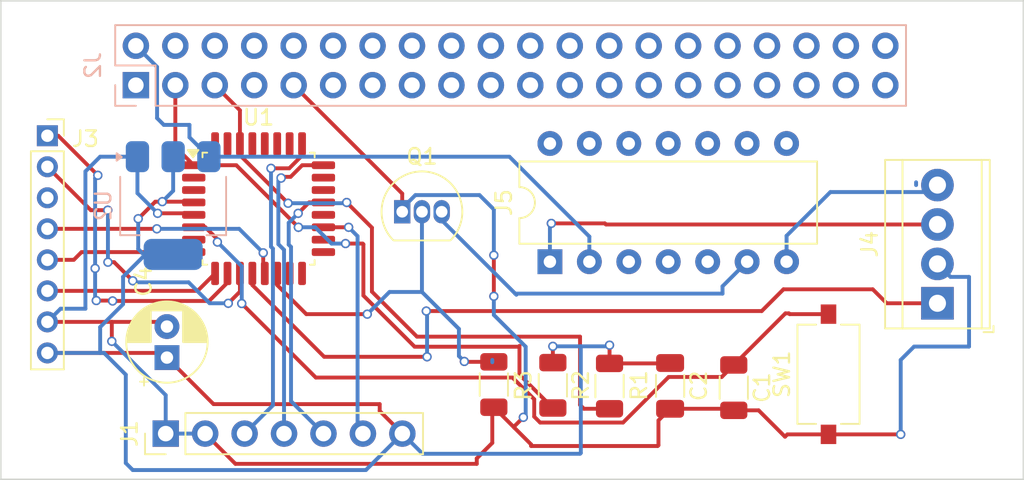
<source format=kicad_pcb>
(kicad_pcb (version 20221018) (generator pcbnew)
  (title_block (title "sensors_hub") (comment 4 "AISLER Project ID: OVZYLBOM"))
  (layers (0 "F.Cu" signal) (31 "B.Cu" signal) (34 "B.Paste" user) (35 "F.Paste" user) (36 "B.SilkS" user "B.Silkscreen") (37 "F.SilkS" user "F.Silkscreen") (38 "B.Mask" user) (39 "F.Mask" user) (44 "Edge.Cuts" user))
  (net 0 "")
  (net 37 "Net-(U1-PF2)")
  (net 38 "GND")
  (net 39 "+3.3V")
  (net 40 "Net-(J1-Pin_3)")
  (net 41 "Net-(J1-Pin_4)")
  (net 42 "Net-(J1-Pin_5)")
  (net 43 "Net-(J1-Pin_6)")
  (net 44 "Net-(J3-Pin_1)")
  (net 45 "Net-(J3-Pin_2)")
  (net 46 "Net-(J3-Pin_4)")
  (net 47 "Net-(J3-Pin_5)")
  (net 48 "Net-(J3-Pin_6)")
  (net 50 "Net-(J4-Pin_1)")
  (net 51 "Net-(Q1-G)")
  (net 52 "Net-(J4-Pin_3)")
  (net 53 "Net-(J4-Pin_4)")
  (net 54 "Net-(J5-Pin_6)")
  (net 55 "Net-(J2-GPIO03_SCL1_I2C)")
  (net 56 "Net-(J2-GPIO02_SDA1_I2C)")
  (net 73 "+5V")
  (footprint "RPi_Hat:RPi_Hat_Mounting_Hole" (layer "F.Cu") (at 74 28)
    (fp_text reference "" hide)
    (fp_text value "" hide)
    (pad "" np_thru_hole circle locked (at 0 0) (size 2.75 2.75) (drill 2.75) (layers "*.Cu" "*.Mask") (clearance 1.725))
  )
  (footprint "RPi_Hat:RPi_Hat_Mounting_Hole" (layer "F.Cu") (at 16 28)
    (fp_text reference "" hide)
    (fp_text value "" hide)
    (pad "" np_thru_hole circle locked (at 0 0) (size 2.75 2.75) (drill 2.75) (layers "*.Cu" "*.Mask") (clearance 1.725))
  )
  (footprint "RPi_Hat:RPi_Hat_Mounting_Hole" (layer "F.Cu") (at 74 51)
    (fp_text reference "" hide)
    (fp_text value "" hide)
    (pad "" np_thru_hole circle locked (at 0 0) (size 2.75 2.75) (drill 2.75) (layers "*.Cu" "*.Mask") (clearance 1.725))
  )
  (footprint "RPi_Hat:RPi_Hat_Mounting_Hole" (layer "F.Cu") (at 16 51)
    (fp_text reference "" hide)
    (fp_text value "" hide)
    (pad "" np_thru_hole circle locked (at 0 0) (size 2.75 2.75) (drill 2.75) (layers "*.Cu" "*.Mask") (clearance 1.725))
  )
  (footprint "Capacitor_SMD:C_1206_3216Metric" (layer "F.Cu") (at 55.2 48.875 -90)
    (fp_text reference "C2" (at 0 -1.85 90) (layer "F.SilkS"))
    (fp_text value "100n")
    (pad "1" smd roundrect (at -1.475 0 270) (size 1.15 1.8) (layers "F.Cu" "F.Paste" "F.Mask") (roundrect_rratio 0.2173913043) (net 39 "+3.3V"))
    (pad "2" smd roundrect (at 1.475 0 270) (size 1.15 1.8) (layers "F.Cu" "F.Paste" "F.Mask") (roundrect_rratio 0.2173913043) (net 38 "GND"))
  )
  (footprint "Capacitor_THT:CP_Radial_D5.0mm_P2.00mm" (layer "F.Cu") (at 22.8 47.05 90)
    (fp_text reference "C4" (at 4.9 -1.5 90) (layer "F.SilkS"))
    (fp_text value "22u")
    (pad "1" thru_hole rect (at 0 0 90) (size 1.6 1.6) (drill 0.8) (layers "*.Cu" "*.Mask") (net 39 "+3.3V"))
    (pad "2" thru_hole circle (at 2 0 90) (size 1.6 1.6) (drill 0.8) (layers "*.Cu" "*.Mask") (net 38 "GND"))
  )
  (footprint "Button_Switch_SMD:SW_Tactile_SPST_NO_Straight_CK_PTS636Sx25SMTRLFS" (layer "F.Cu") (at 65.4 48.125 90)
    (fp_text reference "SW1" (at 0 -3 90 unlocked) (layer "F.SilkS"))
    (fp_text value "SW_Push")
    (pad "1" smd rect (at -3.875 0 90) (size 1.25 1) (layers "F.Cu" "F.Paste" "F.Mask") (net 38 "GND"))
    (pad "2" smd rect (at 3.875 0 90) (size 1.25 1) (layers "F.Cu" "F.Paste" "F.Mask") (net 37 "Net-(U1-PF2)"))
  )
  (footprint "Resistor_SMD:R_1206_3216Metric" (layer "F.Cu") (at 59.3 48.9875 -90)
    (fp_text reference "C1" (at 0 -1.82 90) (layer "F.SilkS"))
    (fp_text value "100n")
    (pad "1" smd roundrect (at -1.4625 0 270) (size 1.125 1.75) (layers "F.Cu" "F.Paste" "F.Mask") (roundrect_rratio 0.2222222222) (net 37 "Net-(U1-PF2)"))
    (pad "2" smd roundrect (at 1.4625 0 270) (size 1.125 1.75) (layers "F.Cu" "F.Paste" "F.Mask") (roundrect_rratio 0.2222222222) (net 38 "GND"))
  )
  (footprint "TerminalBlock_TE-Connectivity:TerminalBlock_TE_282834-4_1x04_P2.54mm_Horizontal" (layer "F.Cu") (at 72.415 43.55 90)
    (fp_text reference "J4" (at 3.81 -4.37 90) (layer "F.SilkS"))
    (fp_text value "~")
    (pad "1" thru_hole rect (at 0 0 90) (size 2.1 2.1) (drill 1.1) (layers "*.Cu" "*.Mask") (net 50 "Net-(J4-Pin_1)"))
    (pad "2" thru_hole circle (at 2.54 0 90) (size 2.1 2.1) (drill 1.1) (layers "*.Cu" "*.Mask") (net 38 "GND"))
    (pad "3" thru_hole circle (at 5.08 0 90) (size 2.1 2.1) (drill 1.1) (layers "*.Cu" "*.Mask") (net 52 "Net-(J4-Pin_3)"))
    (pad "4" thru_hole circle (at 7.62 0 90) (size 2.1 2.1) (drill 1.1) (layers "*.Cu" "*.Mask") (net 53 "Net-(J4-Pin_4)"))
  )
  (footprint "Connector_PinHeader_2.54mm:PinHeader_1x07_P2.54mm_Vertical" (layer "F.Cu") (at 22.72 51.95 90)
    (fp_text reference "J1" (at 0 -2.33 90) (layer "F.SilkS"))
    (fp_text value "INTERFACE")
    (pad "1" thru_hole rect (at 0 0 90) (size 1.7 1.7) (drill 1) (layers "*.Cu" "*.Mask") (net 38 "GND"))
    (pad "2" thru_hole oval (at 0 2.54 90) (size 1.7 1.7) (drill 1) (layers "*.Cu" "*.Mask") (net 38 "GND"))
    (pad "3" thru_hole oval (at 0 5.08 90) (size 1.7 1.7) (drill 1) (layers "*.Cu" "*.Mask") (net 40 "Net-(J1-Pin_3)"))
    (pad "4" thru_hole oval (at 0 7.62 90) (size 1.7 1.7) (drill 1) (layers "*.Cu" "*.Mask") (net 41 "Net-(J1-Pin_4)"))
    (pad "5" thru_hole oval (at 0 10.16 90) (size 1.7 1.7) (drill 1) (layers "*.Cu" "*.Mask") (net 42 "Net-(J1-Pin_5)"))
    (pad "6" thru_hole oval (at 0 12.7 90) (size 1.7 1.7) (drill 1) (layers "*.Cu" "*.Mask") (net 43 "Net-(J1-Pin_6)"))
    (pad "7" thru_hole oval (at 0 15.24 90) (size 1.7 1.7) (drill 1) (layers "*.Cu" "*.Mask") (net 39 "+3.3V"))
  )
  (footprint "Connector_PinSocket_2.00mm:PinSocket_1x08_P2.00mm_Vertical" (layer "F.Cu") (at 15.1 32.75)
    (fp_text reference "J3" (at 2.45 0.2) (layer "F.SilkS"))
    (fp_text value "CC1101")
    (pad "1" thru_hole rect (at 0 0) (size 1.35 1.35) (drill 0.8) (layers "*.Cu" "*.Mask") (net 44 "Net-(J3-Pin_1)"))
    (pad "2" thru_hole oval (at 0 2) (size 1.35 1.35) (drill 0.8) (layers "*.Cu" "*.Mask") (net 45 "Net-(J3-Pin_2)"))
    (pad "3" thru_hole oval (at 0 4) (size 1.35 1.35) (drill 0.8) (layers "*.Cu" "*.Mask"))
    (pad "4" thru_hole oval (at 0 6) (size 1.35 1.35) (drill 0.8) (layers "*.Cu" "*.Mask") (net 46 "Net-(J3-Pin_4)"))
    (pad "5" thru_hole oval (at 0 8) (size 1.35 1.35) (drill 0.8) (layers "*.Cu" "*.Mask") (net 47 "Net-(J3-Pin_5)"))
    (pad "6" thru_hole oval (at 0 10) (size 1.35 1.35) (drill 0.8) (layers "*.Cu" "*.Mask") (net 48 "Net-(J3-Pin_6)"))
    (pad "7" thru_hole oval (at 0 12) (size 1.35 1.35) (drill 0.8) (layers "*.Cu" "*.Mask") (net 38 "GND"))
    (pad "8" thru_hole oval (at 0 14) (size 1.35 1.35) (drill 0.8) (layers "*.Cu" "*.Mask") (net 39 "+3.3V"))
  )
  (footprint "Package_TO_SOT_THT:TO-92_Inline" (layer "F.Cu") (at 37.95 37.65)
    (fp_text reference "Q1" (at 1.27 -3.56) (layer "F.SilkS"))
    (fp_text value "BS170")
    (pad "1" thru_hole rect (at 0 0) (size 1.05 1.5) (drill 0.75) (layers "*.Cu" "*.Mask") (net 38 "GND"))
    (pad "2" thru_hole oval (at 1.27 0) (size 1.05 1.5) (drill 0.75) (layers "*.Cu" "*.Mask") (net 51 "Net-(Q1-G)"))
    (pad "3" thru_hole oval (at 2.54 0) (size 1.05 1.5) (drill 0.75) (layers "*.Cu" "*.Mask") (net 54 "Net-(J5-Pin_6)"))
  )
  (footprint "Package_DIP:CERDIP-14_W7.62mm_SideBrazed" (layer "F.Cu") (at 47.46 40.87 90)
    (fp_text reference "J5" (at 3.81 -2.965 90) (layer "F.SilkS"))
    (fp_text value "Relay")
    (pad "1" thru_hole rect (at 0 0 90) (size 1.6 1.6) (drill 0.8) (layers "*.Cu" "*.Mask") (net 52 "Net-(J4-Pin_3)"))
    (pad "2" thru_hole circle (at 0 2.54 90) (size 1.6 1.6) (drill 0.8) (layers "*.Cu" "*.Mask") (net 73 "+5V"))
    (pad "3" thru_hole circle (at 0 5.08 90) (size 1.6 1.6) (drill 0.8) (layers "*.Cu" "*.Mask"))
    (pad "4" thru_hole circle (at 0 7.62 90) (size 1.6 1.6) (drill 0.8) (layers "*.Cu" "*.Mask"))
    (pad "5" thru_hole circle (at 0 10.16 90) (size 1.6 1.6) (drill 0.8) (layers "*.Cu" "*.Mask"))
    (pad "6" thru_hole circle (at 0 12.7 90) (size 1.6 1.6) (drill 0.8) (layers "*.Cu" "*.Mask") (net 54 "Net-(J5-Pin_6)"))
    (pad "7" thru_hole circle (at 0 15.24 90) (size 1.6 1.6) (drill 0.8) (layers "*.Cu" "*.Mask") (net 53 "Net-(J4-Pin_4)"))
    (pad "8" thru_hole circle (at 7.62 15.24 90) (size 1.6 1.6) (drill 0.8) (layers "*.Cu" "*.Mask"))
    (pad "9" thru_hole circle (at 7.62 12.7 90) (size 1.6 1.6) (drill 0.8) (layers "*.Cu" "*.Mask"))
    (pad "10" thru_hole circle (at 7.62 10.16 90) (size 1.6 1.6) (drill 0.8) (layers "*.Cu" "*.Mask"))
    (pad "11" thru_hole circle (at 7.62 7.62 90) (size 1.6 1.6) (drill 0.8) (layers "*.Cu" "*.Mask"))
    (pad "12" thru_hole circle (at 7.62 5.08 90) (size 1.6 1.6) (drill 0.8) (layers "*.Cu" "*.Mask"))
    (pad "13" thru_hole circle (at 7.62 2.54 90) (size 1.6 1.6) (drill 0.8) (layers "*.Cu" "*.Mask"))
    (pad "14" thru_hole circle (at 7.62 0 90) (size 1.6 1.6) (drill 0.8) (layers "*.Cu" "*.Mask"))
  )
  (footprint "Resistor_SMD:R_1206_3216Metric" (layer "F.Cu") (at 51.3 48.8875 -90)
    (fp_text reference "R1" (at -0.0375 -1.9 90) (layer "F.SilkS"))
    (fp_text value "10k")
    (pad "1" smd roundrect (at -1.4625 0 270) (size 1.125 1.75) (layers "F.Cu" "F.Paste" "F.Mask") (roundrect_rratio 0.2222222222) (net 39 "+3.3V"))
    (pad "2" smd roundrect (at 1.4625 0 270) (size 1.125 1.75) (layers "F.Cu" "F.Paste" "F.Mask") (roundrect_rratio 0.2222222222) (net 55 "Net-(J2-GPIO03_SCL1_I2C)"))
  )
  (footprint "Resistor_SMD:R_1206_3216Metric" (layer "F.Cu") (at 47.65 48.8375 -90)
    (fp_text reference "R2" (at 0.0125 -1.8 90) (layer "F.SilkS"))
    (fp_text value "10k")
    (pad "1" smd roundrect (at -1.4625 0 270) (size 1.125 1.75) (layers "F.Cu" "F.Paste" "F.Mask") (roundrect_rratio 0.2222222222) (net 39 "+3.3V"))
    (pad "2" smd roundrect (at 1.4625 0 270) (size 1.125 1.75) (layers "F.Cu" "F.Paste" "F.Mask") (roundrect_rratio 0.2222222222) (net 56 "Net-(J2-GPIO02_SDA1_I2C)"))
  )
  (footprint "Package_QFP:LQFP-32_7x7mm_P0.8mm" (layer "F.Cu") (at 28.7 37.45)
    (fp_text reference "U1" (at 0 -5.88) (layer "F.SilkS"))
    (fp_text value "STM32G081KBTx" hide)
    (pad "1" smd roundrect (at -4.175 -2.8) (size 1.5 0.5) (layers "F.Cu" "F.Paste" "F.Mask") (net 56 "Net-(J2-GPIO02_SDA1_I2C)"))
    (pad "2" smd roundrect (at -4.175 -2) (size 1.5 0.5) (layers "F.Cu" "F.Paste" "F.Mask"))
    (pad "3" smd roundrect (at -4.175 -1.2) (size 1.5 0.5) (layers "F.Cu" "F.Paste" "F.Mask"))
    (pad "4" smd roundrect (at -4.175 -0.4) (size 1.5 0.5) (layers "F.Cu" "F.Paste" "F.Mask") (net 39 "+3.3V"))
    (pad "5" smd roundrect (at -4.175 0.4) (size 1.5 0.5) (layers "F.Cu" "F.Paste" "F.Mask") (net 38 "GND"))
    (pad "6" smd roundrect (at -4.175 1.2) (size 1.5 0.5) (layers "F.Cu" "F.Paste" "F.Mask") (net 37 "Net-(U1-PF2)"))
    (pad "7" smd roundrect (at -4.175 2) (size 1.5 0.5) (layers "F.Cu" "F.Paste" "F.Mask"))
    (pad "8" smd roundrect (at -4.175 2.8) (size 1.5 0.5) (layers "F.Cu" "F.Paste" "F.Mask") (net 47 "Net-(J3-Pin_5)"))
    (pad "9" smd roundrect (at -2.8 4.175) (size 0.5 1.5) (layers "F.Cu" "F.Paste" "F.Mask") (net 48 "Net-(J3-Pin_6)"))
    (pad "10" smd roundrect (at -2 4.175) (size 0.5 1.5) (layers "F.Cu" "F.Paste" "F.Mask") (net 44 "Net-(J3-Pin_1)"))
    (pad "11" smd roundrect (at -1.2 4.175) (size 0.5 1.5) (layers "F.Cu" "F.Paste" "F.Mask") (net 45 "Net-(J3-Pin_2)"))
    (pad "12" smd roundrect (at -0.4 4.175) (size 0.5 1.5) (layers "F.Cu" "F.Paste" "F.Mask") (net 50 "Net-(J4-Pin_1)"))
    (pad "13" smd roundrect (at 0.4 4.175) (size 0.5 1.5) (layers "F.Cu" "F.Paste" "F.Mask") (net 46 "Net-(J3-Pin_4)"))
    (pad "14" smd roundrect (at 1.2 4.175) (size 0.5 1.5) (layers "F.Cu" "F.Paste" "F.Mask") (net 51 "Net-(Q1-G)"))
    (pad "15" smd roundrect (at 2 4.175) (size 0.5 1.5) (layers "F.Cu" "F.Paste" "F.Mask"))
    (pad "16" smd roundrect (at 2.8 4.175) (size 0.5 1.5) (layers "F.Cu" "F.Paste" "F.Mask"))
    (pad "17" smd roundrect (at 4.175 2.8) (size 1.5 0.5) (layers "F.Cu" "F.Paste" "F.Mask"))
    (pad "18" smd roundrect (at 4.175 2) (size 1.5 0.5) (layers "F.Cu" "F.Paste" "F.Mask"))
    (pad "19" smd roundrect (at 4.175 1.2) (size 1.5 0.5) (layers "F.Cu" "F.Paste" "F.Mask") (net 43 "Net-(J1-Pin_6)"))
    (pad "20" smd roundrect (at 4.175 0.4) (size 1.5 0.5) (layers "F.Cu" "F.Paste" "F.Mask"))
    (pad "21" smd roundrect (at 4.175 -0.4) (size 1.5 0.5) (layers "F.Cu" "F.Paste" "F.Mask") (net 42 "Net-(J1-Pin_5)"))
    (pad "22" smd roundrect (at 4.175 -1.2) (size 1.5 0.5) (layers "F.Cu" "F.Paste" "F.Mask"))
    (pad "23" smd roundrect (at 4.175 -2) (size 1.5 0.5) (layers "F.Cu" "F.Paste" "F.Mask"))
    (pad "24" smd roundrect (at 4.175 -2.8) (size 1.5 0.5) (layers "F.Cu" "F.Paste" "F.Mask") (net 41 "Net-(J1-Pin_4)"))
    (pad "25" smd roundrect (at 2.8 -4.175) (size 0.5 1.5) (layers "F.Cu" "F.Paste" "F.Mask") (net 40 "Net-(J1-Pin_3)"))
    (pad "26" smd roundrect (at 2 -4.175) (size 0.5 1.5) (layers "F.Cu" "F.Paste" "F.Mask"))
    (pad "27" smd roundrect (at 1.2 -4.175) (size 0.5 1.5) (layers "F.Cu" "F.Paste" "F.Mask"))
    (pad "28" smd roundrect (at 0.4 -4.175) (size 0.5 1.5) (layers "F.Cu" "F.Paste" "F.Mask"))
    (pad "29" smd roundrect (at -0.4 -4.175) (size 0.5 1.5) (layers "F.Cu" "F.Paste" "F.Mask"))
    (pad "30" smd roundrect (at -1.2 -4.175) (size 0.5 1.5) (layers "F.Cu" "F.Paste" "F.Mask") (net 55 "Net-(J2-GPIO03_SCL1_I2C)"))
    (pad "31" smd roundrect (at -2 -4.175) (size 0.5 1.5) (layers "F.Cu" "F.Paste" "F.Mask"))
    (pad "32" smd roundrect (at -2.8 -4.175) (size 0.5 1.5) (layers "F.Cu" "F.Paste" "F.Mask"))
  )
  (footprint "Resistor_SMD:R_1206_3216Metric" (layer "F.Cu") (at 43.85 48.7875 -90)
    (fp_text reference "R3" (at 0.0625 -1.9 90) (layer "F.SilkS"))
    (fp_text value "100K")
    (pad "1" smd roundrect (at -1.4625 0 270) (size 1.125 1.75) (layers "F.Cu" "F.Paste" "F.Mask") (roundrect_rratio 0.2222222222) (net 51 "Net-(Q1-G)"))
    (pad "2" smd roundrect (at 1.4625 0 270) (size 1.125 1.75) (layers "F.Cu" "F.Paste" "F.Mask") (roundrect_rratio 0.2222222222) (net 38 "GND"))
  )
  (footprint "Package_TO_SOT_SMD:SOT-223-3_TabPin2" (layer "B.Cu") (at 23.2 37.25 -90)
    (fp_text reference "U2" (at 0 4.5 90) (layer "B.SilkS") (effects (justify mirror)))
    (fp_text value "AMS1117-3.3")
    (pad "1" smd roundrect (at -3.15 2.3 270) (size 2 1.5) (layers "B.Cu" "B.Paste" "B.Mask") (net 38 "GND"))
    (pad "2" smd roundrect (at -3.15 0 270) (size 2 1.5) (layers "B.Cu" "B.Paste" "B.Mask") (net 39 "+3.3V"))
    (pad "2" smd roundrect (at 3.15 0 270) (size 2 3.8) (layers "B.Cu" "B.Paste" "B.Mask") (net 39 "+3.3V"))
    (pad "3" smd roundrect (at -3.15 -2.3 270) (size 2 1.5) (layers "B.Cu" "B.Paste" "B.Mask") (net 73 "+5V"))
  )
  (footprint "Connector_PinSocket_2.54mm:PinSocket_2x20_P2.54mm_Vertical" (layer "B.Cu") (at 20.8 29.49 -90)
    (fp_text reference "J2" (at -1.27 2.77 90) (layer "B.SilkS") (effects (justify mirror)))
    (fp_text value "RPi_GPIO")
    (pad "1" thru_hole rect (at 0 0 270) (size 1.7 1.7) (drill 1) (layers "*.Cu" "*.Mask"))
    (pad "2" thru_hole oval (at -2.54 0 270) (size 1.7 1.7) (drill 1) (layers "*.Cu" "*.Mask") (net 73 "+5V"))
    (pad "3" thru_hole oval (at 0 -2.54 270) (size 1.7 1.7) (drill 1) (layers "*.Cu" "*.Mask") (net 56 "Net-(J2-GPIO02_SDA1_I2C)"))
    (pad "4" thru_hole oval (at -2.54 -2.54 270) (size 1.7 1.7) (drill 1) (layers "*.Cu" "*.Mask"))
    (pad "5" thru_hole oval (at 0 -5.08 270) (size 1.7 1.7) (drill 1) (layers "*.Cu" "*.Mask") (net 55 "Net-(J2-GPIO03_SCL1_I2C)"))
    (pad "6" thru_hole oval (at -2.54 -5.08 270) (size 1.7 1.7) (drill 1) (layers "*.Cu" "*.Mask"))
    (pad "7" thru_hole oval (at 0 -7.62 270) (size 1.7 1.7) (drill 1) (layers "*.Cu" "*.Mask"))
    (pad "8" thru_hole oval (at -2.54 -7.62 270) (size 1.7 1.7) (drill 1) (layers "*.Cu" "*.Mask"))
    (pad "9" thru_hole oval (at 0 -10.16 270) (size 1.7 1.7) (drill 1) (layers "*.Cu" "*.Mask") (net 38 "GND"))
    (pad "10" thru_hole oval (at -2.54 -10.16 270) (size 1.7 1.7) (drill 1) (layers "*.Cu" "*.Mask"))
    (pad "11" thru_hole oval (at 0 -12.7 270) (size 1.7 1.7) (drill 1) (layers "*.Cu" "*.Mask"))
    (pad "12" thru_hole oval (at -2.54 -12.7 270) (size 1.7 1.7) (drill 1) (layers "*.Cu" "*.Mask"))
    (pad "13" thru_hole oval (at 0 -15.24 270) (size 1.7 1.7) (drill 1) (layers "*.Cu" "*.Mask"))
    (pad "14" thru_hole oval (at -2.54 -15.24 270) (size 1.7 1.7) (drill 1) (layers "*.Cu" "*.Mask"))
    (pad "15" thru_hole oval (at 0 -17.78 270) (size 1.7 1.7) (drill 1) (layers "*.Cu" "*.Mask"))
    (pad "16" thru_hole oval (at -2.54 -17.78 270) (size 1.7 1.7) (drill 1) (layers "*.Cu" "*.Mask"))
    (pad "17" thru_hole oval (at 0 -20.32 270) (size 1.7 1.7) (drill 1) (layers "*.Cu" "*.Mask"))
    (pad "18" thru_hole oval (at -2.54 -20.32 270) (size 1.7 1.7) (drill 1) (layers "*.Cu" "*.Mask"))
    (pad "19" thru_hole oval (at 0 -22.86 270) (size 1.7 1.7) (drill 1) (layers "*.Cu" "*.Mask"))
    (pad "20" thru_hole oval (at -2.54 -22.86 270) (size 1.7 1.7) (drill 1) (layers "*.Cu" "*.Mask"))
    (pad "21" thru_hole oval (at 0 -25.4 270) (size 1.7 1.7) (drill 1) (layers "*.Cu" "*.Mask"))
    (pad "22" thru_hole oval (at -2.54 -25.4 270) (size 1.7 1.7) (drill 1) (layers "*.Cu" "*.Mask"))
    (pad "23" thru_hole oval (at 0 -27.94 270) (size 1.7 1.7) (drill 1) (layers "*.Cu" "*.Mask"))
    (pad "24" thru_hole oval (at -2.54 -27.94 270) (size 1.7 1.7) (drill 1) (layers "*.Cu" "*.Mask"))
    (pad "25" thru_hole oval (at 0 -30.48 270) (size 1.7 1.7) (drill 1) (layers "*.Cu" "*.Mask"))
    (pad "26" thru_hole oval (at -2.54 -30.48 270) (size 1.7 1.7) (drill 1) (layers "*.Cu" "*.Mask"))
    (pad "27" thru_hole oval (at 0 -33.02 270) (size 1.7 1.7) (drill 1) (layers "*.Cu" "*.Mask"))
    (pad "28" thru_hole oval (at -2.54 -33.02 270) (size 1.7 1.7) (drill 1) (layers "*.Cu" "*.Mask"))
    (pad "29" thru_hole oval (at 0 -35.56 270) (size 1.7 1.7) (drill 1) (layers "*.Cu" "*.Mask"))
    (pad "30" thru_hole oval (at -2.54 -35.56 270) (size 1.7 1.7) (drill 1) (layers "*.Cu" "*.Mask"))
    (pad "31" thru_hole oval (at 0 -38.1 270) (size 1.7 1.7) (drill 1) (layers "*.Cu" "*.Mask"))
    (pad "32" thru_hole oval (at -2.54 -38.1 270) (size 1.7 1.7) (drill 1) (layers "*.Cu" "*.Mask"))
    (pad "33" thru_hole oval (at 0 -40.64 270) (size 1.7 1.7) (drill 1) (layers "*.Cu" "*.Mask"))
    (pad "34" thru_hole oval (at -2.54 -40.64 270) (size 1.7 1.7) (drill 1) (layers "*.Cu" "*.Mask"))
    (pad "35" thru_hole oval (at 0 -43.18 270) (size 1.7 1.7) (drill 1) (layers "*.Cu" "*.Mask"))
    (pad "36" thru_hole oval (at -2.54 -43.18 270) (size 1.7 1.7) (drill 1) (layers "*.Cu" "*.Mask"))
    (pad "37" thru_hole oval (at 0 -45.72 270) (size 1.7 1.7) (drill 1) (layers "*.Cu" "*.Mask"))
    (pad "38" thru_hole oval (at -2.54 -45.72 270) (size 1.7 1.7) (drill 1) (layers "*.Cu" "*.Mask"))
    (pad "39" thru_hole oval (at 0 -48.26 270) (size 1.7 1.7) (drill 1) (layers "*.Cu" "*.Mask"))
    (pad "40" thru_hole oval (at -2.54 -48.26 270) (size 1.7 1.7) (drill 1) (layers "*.Cu" "*.Mask"))
  )
  (gr_rect (start 12.1 24.05) (end 77.95 54.9) (stroke (width 0.1)) (fill none) (layer "Edge.Cuts"))
  (segment (start 71.04 35.75) (end 71.04 35.93) (width 0.25) (layer "B.Cu") (net 0))
  (segment (start 25.274999 38.65) (end 24.525 38.65) (width 0.25) (layer "F.Cu") (net 37))
  (segment (start 62.625 44.2) (end 62.85 44.2) (width 0.25) (layer "F.Cu") (net 37))
  (segment (start 59.3 47.525) (end 62.625 44.2) (width 0.25) (layer "F.Cu") (net 37))
  (segment (start 32.386396 48.336396) (end 27.616942 43.566942) (width 0.25) (layer "F.Cu") (net 37))
  (segment (start 26.05 39.425001) (end 25.274999 38.65) (width 0.25) (layer "F.Cu") (net 37))
  (segment (start 55.1076 48.3) (end 52.1701 51.2375) (width 0.25) (layer "F.Cu") (net 37))
  (segment (start 46.45 50.8576) (end 46.45 49.736396) (width 0.25) (layer "F.Cu") (net 37))
  (segment (start 59.3 47.525) (end 58.525 48.3) (width 0.25) (layer "F.Cu") (net 37))
  (segment (start 58.525 48.3) (end 55.1076 48.3) (width 0.25) (layer "F.Cu") (net 37))
  (segment (start 52.1701 51.2375) (end 46.8299 51.2375) (width 0.25) (layer "F.Cu") (net 37))
  (segment (start 26.05 39.6) (end 26.05 39.425001) (width 0.25) (layer "F.Cu") (net 37))
  (segment (start 62.9 44.25) (end 65.4 44.25) (width 0.25) (layer "F.Cu") (net 37))
  (segment (start 62.85 44.2) (end 62.9 44.25) (width 0.25) (layer "F.Cu") (net 37))
  (segment (start 45.05 48.336396) (end 32.386396 48.336396) (width 0.25) (layer "F.Cu") (net 37))
  (segment (start 46.8299 51.2375) (end 46.45 50.8576) (width 0.25) (layer "F.Cu") (net 37))
  (segment (start 46.45 49.736396) (end 45.05 48.336396) (width 0.25) (layer "F.Cu") (net 37))
  (via (at 27.616942 43.566942) (size 0.6) (drill 0.4) (layers "F.Cu" "B.Cu") (net 37))
  (via (at 26.05 39.6) (size 0.6) (drill 0.4) (layers "F.Cu" "B.Cu") (net 37))
  (segment (start 27.616942 41.166942) (end 26.05 39.6) (width 0.25) (layer "B.Cu") (net 37))
  (segment (start 27.616942 43.566942) (end 27.616942 41.166942) (width 0.25) (layer "B.Cu") (net 37))
  (segment (start 19.25 46) (end 19.25 44.75) (width 0.25) (layer "F.Cu") (net 38))
  (segment (start 65.4 52) (end 70.05 52) (width 0.25) (layer "F.Cu") (net 38))
  (segment (start 25.26 51.95) (end 27.21 53.9) (width 0.25) (layer "F.Cu") (net 38))
  (segment (start 59.2 50.35) (end 59.3 50.45) (width 0.25) (layer "F.Cu") (net 38))
  (segment (start 46.25 52.75) (end 54.4 52.75) (width 0.25) (layer "F.Cu") (net 38))
  (segment (start 45.175 51.575) (end 46.25 52.65) (width 0.25) (layer "F.Cu") (net 38))
  (segment (start 62.75 52) (end 65.4 52) (width 0.25) (layer "F.Cu") (net 38))
  (segment (start 54.45 52.7) (end 54.45 51.1) (width 0.25) (layer "F.Cu") (net 38))
  (segment (start 62.6 52.15) (end 62.75 52) (width 0.25) (layer "F.Cu") (net 38))
  (segment (start 55.2 50.35) (end 59.2 50.35) (width 0.25) (layer "F.Cu") (net 38))
  (segment (start 45.175 51.475) (end 45.175 51.575) (width 0.25) (layer "F.Cu") (net 38))
  (segment (start 42.75 53.9) (end 42.75 53.55) (width 0.25) (layer "F.Cu") (net 38))
  (segment (start 22.2 37.75) (end 24.425 37.75) (width 0.25) (layer "F.Cu") (net 38))
  (segment (start 54.4 52.75) (end 54.45 52.7) (width 0.25) (layer "F.Cu") (net 38))
  (segment (start 60.9 50.45) (end 62.6 52.15) (width 0.25) (layer "F.Cu") (net 38))
  (segment (start 19.25 44.75) (end 22.5 44.75) (width 0.25) (layer "F.Cu") (net 38))
  (segment (start 15.1 44.75) (end 19.25 44.75) (width 0.25) (layer "F.Cu") (net 38))
  (segment (start 43.75 52.55) (end 43.75 50.35) (width 0.25) (layer "F.Cu") (net 38))
  (segment (start 42.75 53.55) (end 43.75 52.55) (width 0.25) (layer "F.Cu") (net 38))
  (segment (start 24.425 37.75) (end 24.525 37.85) (width 0.25) (layer "F.Cu") (net 38))
  (segment (start 27.21 53.9) (end 42.75 53.9) (width 0.25) (layer "F.Cu") (net 38))
  (segment (start 46.25 52.65) (end 46.25 52.75) (width 0.25) (layer "F.Cu") (net 38))
  (segment (start 43.75 50.35) (end 43.85 50.25) (width 0.25) (layer "F.Cu") (net 38))
  (segment (start 43.85 40.45) (end 43.85 43.1) (width 0.25) (layer "F.Cu") (net 38))
  (segment (start 22.5 44.75) (end 22.8 45.05) (width 0.25) (layer "F.Cu") (net 38))
  (segment (start 45.75 50.9) (end 45.175 51.475) (width 0.25) (layer "F.Cu") (net 38))
  (segment (start 30.96 29.49) (end 37.95 36.48) (width 0.25) (layer "F.Cu") (net 38))
  (segment (start 43.85 50.25) (end 45.175 51.575) (width 0.25) (layer "F.Cu") (net 38))
  (segment (start 59.3 50.45) (end 60.9 50.45) (width 0.25) (layer "F.Cu") (net 38))
  (segment (start 54.45 51.1) (end 55.2 50.35) (width 0.25) (layer "F.Cu") (net 38))
  (segment (start 37.95 36.48) (end 37.95 37.65) (width 0.25) (layer "F.Cu") (net 38))
  (via (at 43.85 40.45) (size 0.6) (drill 0.4) (layers "F.Cu" "B.Cu") (net 38))
  (via (at 43.85 43.1) (size 0.6) (drill 0.4) (layers "F.Cu" "B.Cu") (net 38))
  (via (at 22.2 37.75) (size 0.6) (drill 0.4) (layers "F.Cu" "B.Cu") (net 38))
  (via (at 70.05 52) (size 0.6) (drill 0.4) (layers "F.Cu" "B.Cu") (net 38))
  (via (at 45.75 50.9) (size 0.6) (drill 0.4) (layers "F.Cu" "B.Cu") (net 38))
  (via (at 19.25 46) (size 0.6) (drill 0.4) (layers "F.Cu" "B.Cu") (net 38))
  (segment (start 43.85 43.1) (end 43.85 44.3) (width 0.25) (layer "B.Cu") (net 38))
  (segment (start 20.9 34.1) (end 20.9 36.45) (width 0.25) (layer "B.Cu") (net 38))
  (segment (start 17.55 35.05) (end 17.55 43.9) (width 0.25) (layer "B.Cu") (net 38))
  (segment (start 17.55 43.9) (end 15.95 43.9) (width 0.25) (layer "B.Cu") (net 38))
  (segment (start 18.5 34.1) (end 17.55 35.05) (width 0.25) (layer "B.Cu") (net 38))
  (segment (start 15.95 43.9) (end 15.1 44.75) (width 0.25) (layer "B.Cu") (net 38))
  (segment (start 70.05 47.2) (end 70.910839 46.339161) (width 0.25) (layer "B.Cu") (net 38))
  (segment (start 74.45 41.85) (end 73.255 41.85) (width 0.25) (layer "B.Cu") (net 38))
  (segment (start 22.72 49.47) (end 19.25 46) (width 0.25) (layer "B.Cu") (net 38))
  (segment (start 22.72 51.95) (end 22.72 49.47) (width 0.25) (layer "B.Cu") (net 38))
  (segment (start 73.255 41.85) (end 72.415 41.01) (width 0.25) (layer "B.Cu") (net 38))
  (segment (start 20.9 36.45) (end 22.2 37.75) (width 0.25) (layer "B.Cu") (net 38))
  (segment (start 22.72 51.95) (end 25.26 51.95) (width 0.25) (layer "B.Cu") (net 38))
  (segment (start 70.910839 46.339161) (end 74.45 46.339161) (width 0.25) (layer "B.Cu") (net 38))
  (segment (start 38.8 36.575) (end 42.925 36.575) (width 0.25) (layer "B.Cu") (net 38))
  (segment (start 43.85 37.5) (end 43.85 40.45) (width 0.25) (layer "B.Cu") (net 38))
  (segment (start 37.95 37.425) (end 38.8 36.575) (width 0.25) (layer "B.Cu") (net 38))
  (segment (start 37.95 37.65) (end 37.95 37.425) (width 0.25) (layer "B.Cu") (net 38))
  (segment (start 43.85 44.3) (end 45.9 46.35) (width 0.25) (layer "B.Cu") (net 38))
  (segment (start 45.9 50.75) (end 45.75 50.9) (width 0.25) (layer "B.Cu") (net 38))
  (segment (start 20.9 34.1) (end 18.5 34.1) (width 0.25) (layer "B.Cu") (net 38))
  (segment (start 70.05 52) (end 70.05 47.2) (width 0.25) (layer "B.Cu") (net 38))
  (segment (start 42.925 36.575) (end 43.85 37.5) (width 0.25) (layer "B.Cu") (net 38))
  (segment (start 74.45 46.339161) (end 74.45 41.85) (width 0.25) (layer "B.Cu") (net 38))
  (segment (start 45.9 46.35) (end 45.9 50.75) (width 0.25) (layer "B.Cu") (net 38))
  (segment (start 47.65 47.375) (end 47.65 46.325) (width 0.25) (layer "F.Cu") (net 39))
  (segment (start 51.3 46.25) (end 51.3 47.425) (width 0.25) (layer "F.Cu") (net 39))
  (segment (start 24.475 37.1) (end 24.525 37.05) (width 0.25) (layer "F.Cu") (net 39))
  (segment (start 15.1 46.75) (end 22.5 46.75) (width 0.25) (layer "F.Cu") (net 39))
  (segment (start 55.175 47.425) (end 55.2 47.4) (width 0.25) (layer "F.Cu") (net 39))
  (segment (start 22.5 46.75) (end 22.8 47.05) (width 0.25) (layer "F.Cu") (net 39))
  (segment (start 36.5 50.05) (end 36.5 50.49) (width 0.25) (layer "F.Cu") (net 39))
  (segment (start 25.8 50.05) (end 36.5 50.05) (width 0.25) (layer "F.Cu") (net 39))
  (segment (start 51.3 47.425) (end 55.175 47.425) (width 0.25) (layer "F.Cu") (net 39))
  (segment (start 22.05 37) (end 20.95 38.1) (width 0.25) (layer "F.Cu") (net 39))
  (segment (start 22.5 37) (end 24.475 37) (width 0.25) (layer "F.Cu") (net 39))
  (segment (start 22.8 47.05) (end 25.8 50.05) (width 0.25) (layer "F.Cu") (net 39))
  (segment (start 24.475 37) (end 24.525 37.05) (width 0.25) (layer "F.Cu") (net 39))
  (segment (start 36.5 50.49) (end 37.96 51.95) (width 0.25) (layer "F.Cu") (net 39))
  (segment (start 22.5 37) (end 22.05 37) (width 0.25) (layer "F.Cu") (net 39))
  (via (at 47.65 46.325) (size 0.6) (drill 0.4) (layers "F.Cu" "B.Cu") (net 39))
  (via (at 20.95 38.1) (size 0.6) (drill 0.4) (layers "F.Cu" "B.Cu") (net 39))
  (via (at 51.3 46.25) (size 0.6) (drill 0.4) (layers "F.Cu" "B.Cu") (net 39))
  (via (at 22.5 37) (size 0.6) (drill 0.4) (layers "F.Cu" "B.Cu") (net 39))
  (segment (start 35.61 54.3) (end 37.96 51.95) (width 0.25) (layer "B.Cu") (net 39))
  (segment (start 18.5 46.75) (end 18.75 46.75) (width 0.25) (layer "B.Cu") (net 39))
  (segment (start 21.3 40.4) (end 23.2 40.4) (width 0.25) (layer "B.Cu") (net 39))
  (segment (start 51.225 46.325) (end 51.3 46.25) (width 0.25) (layer "B.Cu") (net 39))
  (segment (start 47.65 46.325) (end 49.45 46.325) (width 0.25) (layer "B.Cu") (net 39))
  (segment (start 18.5 45.083884) (end 19.975 43.608884) (width 0.25) (layer "B.Cu") (net 39))
  (segment (start 20.15 48.15) (end 20.15 53.85) (width 0.25) (layer "B.Cu") (net 39))
  (segment (start 49.45 46.325) (end 51.225 46.325) (width 0.25) (layer "B.Cu") (net 39))
  (segment (start 19.975 41.841116) (end 21.416116 40.4) (width 0.25) (layer "B.Cu") (net 39))
  (segment (start 39.26 53.25) (end 37.96 51.95) (width 0.25) (layer "B.Cu") (net 39))
  (segment (start 20.6 54.3) (end 35.61 54.3) (width 0.25) (layer "B.Cu") (net 39))
  (segment (start 18.75 46.75) (end 20.15 48.15) (width 0.25) (layer "B.Cu") (net 39))
  (segment (start 49.4 53.25) (end 39.26 53.25) (width 0.25) (layer "B.Cu") (net 39))
  (segment (start 20.95 38.1) (end 20.95 40.05) (width 0.25) (layer "B.Cu") (net 39))
  (segment (start 23.2 36.3) (end 22.5 37) (width 0.25) (layer "B.Cu") (net 39))
  (segment (start 18.5 46.75) (end 18.5 45.083884) (width 0.25) (layer "B.Cu") (net 39))
  (segment (start 49.45 46.325) (end 49.45 53.2) (width 0.25) (layer "B.Cu") (net 39))
  (segment (start 21.416116 40.4) (end 23.2 40.4) (width 0.25) (layer "B.Cu") (net 39))
  (segment (start 20.95 40.05) (end 21.3 40.4) (width 0.25) (layer "B.Cu") (net 39))
  (segment (start 49.45 53.2) (end 49.4 53.25) (width 0.25) (layer "B.Cu") (net 39))
  (segment (start 15.1 46.75) (end 18.5 46.75) (width 0.25) (layer "B.Cu") (net 39))
  (segment (start 19.975 43.608884) (end 19.975 41.841116) (width 0.25) (layer "B.Cu") (net 39))
  (segment (start 20.15 53.85) (end 20.6 54.3) (width 0.25) (layer "B.Cu") (net 39))
  (segment (start 23.2 34.1) (end 23.2 36.3) (width 0.25) (layer "B.Cu") (net 39))
  (segment (start 31.5 34.024999) (end 30.674999 34.85) (width 0.25) (layer "F.Cu") (net 40))
  (segment (start 30.674999 34.85) (end 29.5 34.85) (width 0.25) (layer "F.Cu") (net 40))
  (segment (start 31.5 33.275) (end 31.5 34.024999) (width 0.25) (layer "F.Cu") (net 40))
  (via (at 29.5 34.85) (size 0.6) (drill 0.4) (layers "F.Cu" "B.Cu") (net 40))
  (segment (start 29.625 40.025) (end 29.625 50.125) (width 0.25) (layer "B.Cu") (net 40))
  (segment (start 29.625 50.125) (end 27.8 51.95) (width 0.25) (layer "B.Cu") (net 40))
  (segment (start 29.5 39.9) (end 29.625 40.025) (width 0.25) (layer "B.Cu") (net 40))
  (segment (start 29.5 34.85) (end 29.5 39.9) (width 0.25) (layer "B.Cu") (net 40))
  (segment (start 30.15 35.4) (end 30.15 35.475) (width 0.25) (layer "F.Cu") (net 41))
  (segment (start 30.761395 35.4) (end 30.15 35.4) (width 0.25) (layer "F.Cu") (net 41))
  (segment (start 31.511395 34.65) (end 30.761395 35.4) (width 0.25) (layer "F.Cu") (net 41))
  (segment (start 32.875 34.65) (end 31.511395 34.65) (width 0.25) (layer "F.Cu") (net 41))
  (via (at 30.15 35.475) (size 0.6) (drill 0.4) (layers "F.Cu" "B.Cu") (net 41))
  (via (at 30.15 35.475) (size 0.6) (drill 0.4) (layers "F.Cu" "B.Cu") (net 41))
  (segment (start 29.975 35.65) (end 29.975 39.738604) (width 0.25) (layer "B.Cu") (net 41))
  (segment (start 29.975 39.738604) (end 30.34 40.103604) (width 0.25) (layer "B.Cu") (net 41))
  (segment (start 30.34 40.103604) (end 30.34 51.95) (width 0.25) (layer "B.Cu") (net 41))
  (segment (start 30.15 35.475) (end 29.975 35.65) (width 0.25) (layer "B.Cu") (net 41))
  (segment (start 32.875 37.05) (end 31.95 37.05) (width 0.25) (layer "F.Cu") (net 42))
  (segment (start 31.95 37.05) (end 31.25 37.75) (width 0.25) (layer "F.Cu") (net 42))
  (via (at 31.25 37.75) (size 0.6) (drill 0.4) (layers "F.Cu" "B.Cu") (net 42))
  (segment (start 31.25 37.75) (end 30.641116 38.358884) (width 0.25) (layer "B.Cu") (net 42))
  (segment (start 30.79 49.86) (end 32.88 51.95) (width 0.25) (layer "B.Cu") (net 42))
  (segment (start 30.641116 38.358884) (end 30.641116 39.768324) (width 0.25) (layer "B.Cu") (net 42))
  (segment (start 30.641116 39.768324) (end 30.79 39.917208) (width 0.25) (layer "B.Cu") (net 42))
  (segment (start 30.79 39.917208) (end 30.79 49.86) (width 0.25) (layer "B.Cu") (net 42))
  (segment (start 34.5 38.65) (end 32.875 38.65) (width 0.25) (layer "F.Cu") (net 43))
  (via (at 34.5 38.65) (size 0.6) (drill 0.4) (layers "F.Cu" "B.Cu") (net 43))
  (segment (start 35.075 39.225) (end 34.5 38.65) (width 0.25) (layer "B.Cu") (net 43))
  (segment (start 35.42 51.95) (end 35.075 51.605) (width 0.25) (layer "B.Cu") (net 43))
  (segment (start 35.075 51.605) (end 35.075 39.225) (width 0.25) (layer "B.Cu") (net 43))
  (segment (start 26.7 41.625) (end 26.7 42.21486) (width 0.25) (layer "F.Cu") (net 44))
  (segment (start 18.25 43.375) (end 19.275 43.375) (width 0.25) (layer "F.Cu") (net 44))
  (segment (start 18.35 35.3) (end 15.8 32.75) (width 0.25) (layer "F.Cu") (net 44))
  (segment (start 15.8 32.75) (end 15.1 32.75) (width 0.25) (layer "F.Cu") (net 44))
  (segment (start 19.275 43.375) (end 19.3 43.4) (width 0.25) (layer "F.Cu") (net 44))
  (segment (start 26.7 42.21486) (end 25.51486 43.4) (width 0.25) (layer "F.Cu") (net 44))
  (segment (start 25.51486 43.4) (end 19.3 43.4) (width 0.25) (layer "F.Cu") (net 44))
  (via (at 18.175 41.3) (size 0.6) (drill 0.4) (layers "F.Cu" "B.Cu") (net 44))
  (via (at 19.3 43.4) (size 0.6) (drill 0.4) (layers "F.Cu" "B.Cu") (net 44))
  (via (at 18.25 43.375) (size 0.6) (drill 0.4) (layers "F.Cu" "B.Cu") (net 44))
  (via (at 18.35 35.3) (size 0.6) (drill 0.4) (layers "F.Cu" "B.Cu") (net 44))
  (segment (start 18.4 35.35) (end 18.35 35.3) (width 0.25) (layer "B.Cu") (net 44))
  (segment (start 18.175 43.3) (end 18.25 43.375) (width 0.25) (layer "B.Cu") (net 44))
  (segment (start 18.175 41.3) (end 18.175 43.3) (width 0.25) (layer "B.Cu") (net 44))
  (segment (start 18.175 41.3) (end 18.175 35.475) (width 0.25) (layer "B.Cu") (net 44))
  (segment (start 18.175 35.475) (end 18.35 35.3) (width 0.25) (layer "B.Cu") (net 44))
  (segment (start 20.6 42.1) (end 19.4 40.9) (width 0.25) (layer "F.Cu") (net 45))
  (segment (start 19.4 40.9) (end 19 40.9) (width 0.25) (layer "F.Cu") (net 45))
  (segment (start 27.5 41.625) (end 27.5 42.374999) (width 0.25) (layer "F.Cu") (net 45))
  (segment (start 27.5 42.8) (end 26.75 43.55) (width 0.25) (layer "F.Cu") (net 45))
  (segment (start 27.5 41.625) (end 27.5 42.8) (width 0.25) (layer "F.Cu") (net 45))
  (segment (start 17.897646 37.547646) (end 15.1 34.75) (width 0.25) (layer "F.Cu") (net 45))
  (segment (start 18.988642 37.547646) (end 17.897646 37.547646) (width 0.25) (layer "F.Cu") (net 45))
  (via (at 20.6 42.1) (size 0.6) (drill 0.4) (layers "F.Cu" "B.Cu") (net 45))
  (via (at 18.988642 37.547646) (size 0.6) (drill 0.4) (layers "F.Cu" "B.Cu") (net 45))
  (via (at 19 40.9) (size 0.6) (drill 0.4) (layers "F.Cu" "B.Cu") (net 45))
  (via (at 26.75 43.55) (size 0.6) (drill 0.4) (layers "F.Cu" "B.Cu") (net 45))
  (segment (start 20.7 42.2) (end 20.6 42.1) (width 0.25) (layer "B.Cu") (net 45))
  (segment (start 24.2 42.2) (end 20.7 42.2) (width 0.25) (layer "B.Cu") (net 45))
  (segment (start 26.75 43.55) (end 25.55 43.55) (width 0.25) (layer "B.Cu") (net 45))
  (segment (start 19 40.9) (end 19 37.536288) (width 0.25) (layer "B.Cu") (net 45))
  (segment (start 19 37.536288) (end 18.988642 37.547646) (width 0.25) (layer "B.Cu") (net 45))
  (segment (start 25.55 43.55) (end 24.2 42.2) (width 0.25) (layer "B.Cu") (net 45))
  (segment (start 29 41.525) (end 29.1 41.625) (width 0.25) (layer "F.Cu") (net 46))
  (segment (start 15.1 38.75) (end 22.15 38.75) (width 0.25) (layer "F.Cu") (net 46))
  (segment (start 29 40.3) (end 29 41.525) (width 0.25) (layer "F.Cu") (net 46))
  (via (at 29 40.3) (size 0.6) (drill 0.4) (layers "F.Cu" "B.Cu") (net 46))
  (via (at 22.15 38.75) (size 0.6) (drill 0.4) (layers "F.Cu" "B.Cu") (net 46))
  (segment (start 22.15 38.75) (end 27.45 38.75) (width 0.25) (layer "B.Cu") (net 46))
  (segment (start 27.45 38.75) (end 29 40.3) (width 0.25) (layer "B.Cu") (net 46))
  (segment (start 24.525 40.25) (end 17.3 40.25) (width 0.25) (layer "F.Cu") (net 47))
  (segment (start 16.8 40.75) (end 15.1 40.75) (width 0.25) (layer "F.Cu") (net 47))
  (segment (start 17.3 40.25) (end 16.8 40.75) (width 0.25) (layer "F.Cu") (net 47))
  (segment (start 24.775 42.75) (end 25.9 41.625) (width 0.25) (layer "F.Cu") (net 48))
  (segment (start 24.775 42.75) (end 15.1 42.75) (width 0.25) (layer "F.Cu") (net 48))
  (segment (start 69.15 43.55) (end 72.415 43.55) (width 0.25) (layer "F.Cu") (net 50))
  (segment (start 28.3 41.625) (end 28.3 42.374999) (width 0.25) (layer "F.Cu") (net 50))
  (segment (start 28.3 42.374999) (end 32.925001 47) (width 0.25) (layer "F.Cu") (net 50))
  (segment (start 39.5 44.05) (end 61.1 44.05) (width 0.25) (layer "F.Cu") (net 50))
  (segment (start 68.25 42.65) (end 69.15 43.55) (width 0.25) (layer "F.Cu") (net 50))
  (segment (start 62.5 42.65) (end 68.25 42.65) (width 0.25) (layer "F.Cu") (net 50))
  (segment (start 32.925001 47) (end 39.55 47) (width 0.25) (layer "F.Cu") (net 50))
  (segment (start 61.1 44.05) (end 62.5 42.65) (width 0.25) (layer "F.Cu") (net 50))
  (via (at 39.55 47) (size 0.6) (drill 0.4) (layers "F.Cu" "B.Cu") (net 50))
  (via (at 39.5 44.05) (size 0.6) (drill 0.4) (layers "F.Cu" "B.Cu") (net 50))
  (segment (start 39.55 47) (end 39.55 44.1) (width 0.25) (layer "B.Cu") (net 50))
  (segment (start 39.55 44.1) (end 39.5 44.05) (width 0.25) (layer "B.Cu") (net 50))
  (segment (start 43.85 47.325) (end 41.975 47.325) (width 0.25) (layer "F.Cu") (net 51))
  (segment (start 31.775001 44.25) (end 35.7 44.25) (width 0.25) (layer "F.Cu") (net 51))
  (segment (start 29.9 42.374999) (end 31.775001 44.25) (width 0.25) (layer "F.Cu") (net 51))
  (segment (start 41.975 47.325) (end 41.95 47.3) (width 0.25) (layer "F.Cu") (net 51))
  (segment (start 29.9 41.625) (end 29.9 42.374999) (width 0.25) (layer "F.Cu") (net 51))
  (via (at 35.7 44.25) (size 0.6) (drill 0.4) (layers "F.Cu" "B.Cu") (net 51))
  (via (at 41.95 47.3) (size 0.6) (drill 0.4) (layers "F.Cu" "B.Cu") (net 51))
  (segment (start 37.13 42.82) (end 39.22 42.82) (width 0.25) (layer "B.Cu") (net 51))
  (segment (start 39.22 42.82) (end 39.22 37.65) (width 0.25) (layer "B.Cu") (net 51))
  (segment (start 41.6 45.2) (end 41.6 46.95) (width 0.25) (layer "B.Cu") (net 51))
  (segment (start 35.7 44.25) (end 37.13 42.82) (width 0.25) (layer "B.Cu") (net 51))
  (segment (start 43.75 47.35) (end 43.75 47.2) (width 0.25) (layer "B.Cu") (net 51))
  (segment (start 41.6 46.95) (end 41.95 47.3) (width 0.25) (layer "B.Cu") (net 51))
  (segment (start 39.22 42.82) (end 41.6 45.2) (width 0.25) (layer "B.Cu") (net 51))
  (segment (start 47.55 38.4) (end 51 38.4) (width 0.25) (layer "F.Cu") (net 52))
  (segment (start 51 38.4) (end 51.07 38.47) (width 0.25) (layer "F.Cu") (net 52))
  (segment (start 51.07 38.47) (end 72.415 38.47) (width 0.25) (layer "F.Cu") (net 52))
  (via (at 47.55 38.4) (size 0.6) (drill 0.4) (layers "F.Cu" "B.Cu") (net 52))
  (segment (start 47.46 38.49) (end 47.55 38.4) (width 0.25) (layer "B.Cu") (net 52))
  (segment (start 47.46 40.87) (end 47.46 38.49) (width 0.25) (layer "B.Cu") (net 52))
  (segment (start 62.7 39.2) (end 65.52 36.38) (width 0.25) (layer "B.Cu") (net 53))
  (segment (start 71.965 36.38) (end 72.415 35.93) (width 0.25) (layer "B.Cu") (net 53))
  (segment (start 65.52 36.38) (end 71.965 36.38) (width 0.25) (layer "B.Cu") (net 53))
  (segment (start 62.7 40.87) (end 62.7 39.2) (width 0.25) (layer "B.Cu") (net 53))
  (segment (start 40.49 38.19) (end 45.225 42.925) (width 0.25) (layer "B.Cu") (net 54))
  (segment (start 45.225 42.925) (end 45.3 43) (width 0.25) (layer "B.Cu") (net 54))
  (segment (start 40.49 37.65) (end 40.49 38.19) (width 0.25) (layer "B.Cu") (net 54))
  (segment (start 60.16 40.87) (end 58.575 42.455) (width 0.25) (layer "B.Cu") (net 54))
  (segment (start 58.575 42.455) (end 58.575 42.925) (width 0.25) (layer "B.Cu") (net 54))
  (segment (start 45.225 42.925) (end 58.575 42.925) (width 0.25) (layer "B.Cu") (net 54))
  (segment (start 36 42.8) (end 38.9 45.7) (width 0.25) (layer "F.Cu") (net 55))
  (segment (start 49.4 50.1) (end 49.65 50.35) (width 0.25) (layer "F.Cu") (net 55))
  (segment (start 27.5 33.275) (end 27.5 34) (width 0.25) (layer "F.Cu") (net 55))
  (segment (start 49.4 45.7) (end 49.4 50.1) (width 0.25) (layer "F.Cu") (net 55))
  (segment (start 27.5 34) (end 30.6 37.1) (width 0.25) (layer "F.Cu") (net 55))
  (segment (start 25.88 29.49) (end 27.5 31.11) (width 0.25) (layer "F.Cu") (net 55))
  (segment (start 38.9 45.7) (end 49.4 45.7) (width 0.25) (layer "F.Cu") (net 55))
  (segment (start 49.65 50.35) (end 51.3 50.35) (width 0.25) (layer "F.Cu") (net 55))
  (segment (start 27.5 31.11) (end 27.5 33.275) (width 0.25) (layer "F.Cu") (net 55))
  (segment (start 34.375 37.05) (end 36 38.675) (width 0.25) (layer "F.Cu") (net 55))
  (segment (start 36 38.675) (end 36 42.8) (width 0.25) (layer "F.Cu") (net 55))
  (via (at 34.375 37.05) (size 0.6) (drill 0.4) (layers "F.Cu" "B.Cu") (net 55))
  (via (at 30.6 37.1) (size 0.6) (drill 0.4) (layers "F.Cu" "B.Cu") (net 55))
  (segment (start 30.6 37.1) (end 34.325 37.1) (width 0.25) (layer "B.Cu") (net 55))
  (segment (start 34.325 37.1) (end 34.375 37.05) (width 0.25) (layer "B.Cu") (net 55))
  (segment (start 35.45 39.75) (end 35.45 43.05) (width 0.25) (layer "F.Cu") (net 56))
  (segment (start 23.34 29.49) (end 23.34 33.465) (width 0.25) (layer "F.Cu") (net 56))
  (segment (start 35.4 39.7) (end 35.45 39.75) (width 0.25) (layer "F.Cu") (net 56))
  (segment (start 35.45 43.05) (end 38.75 46.35) (width 0.25) (layer "F.Cu") (net 56))
  (segment (start 23.34 33.465) (end 24.525 34.65) (width 0.25) (layer "F.Cu") (net 56))
  (segment (start 45.5 46.3) (end 45.5 48.15) (width 0.25) (layer "F.Cu") (net 56))
  (segment (start 38.75 46.35) (end 45.45 46.35) (width 0.25) (layer "F.Cu") (net 56))
  (segment (start 34.3 39.7) (end 35.4 39.7) (width 0.25) (layer "F.Cu") (net 56))
  (segment (start 31.3 38.65) (end 31.266116 38.65) (width 0.25) (layer "F.Cu") (net 56))
  (segment (start 45.5 48.15) (end 47.65 50.3) (width 0.25) (layer "F.Cu") (net 56))
  (segment (start 27.266116 34.65) (end 31.266116 38.65) (width 0.25) (layer "F.Cu") (net 56))
  (segment (start 45.45 46.35) (end 45.5 46.3) (width 0.25) (layer "F.Cu") (net 56))
  (segment (start 24.525 34.65) (end 27.266116 34.65) (width 0.25) (layer "F.Cu") (net 56))
  (via (at 34.3 39.7) (size 0.6) (drill 0.4) (layers "F.Cu" "B.Cu") (net 56))
  (via (at 31.266116 38.65) (size 0.6) (drill 0.4) (layers "F.Cu" "B.Cu") (net 56))
  (via (at 31.266116 38.65) (size 0.6) (drill 0.4) (layers "F.Cu" "B.Cu") (net 56))
  (segment (start 32.35 38.65) (end 33.4 39.7) (width 0.25) (layer "B.Cu") (net 56))
  (segment (start 31.266116 38.65) (end 32.35 38.65) (width 0.25) (layer "B.Cu") (net 56))
  (segment (start 33.4 39.7) (end 34.3 39.7) (width 0.25) (layer "B.Cu") (net 56))
  (segment (start 24.25 32.85) (end 24.25 32.05) (width 0.25) (layer "B.Cu") (net 73))
  (segment (start 44.85 34.1) (end 50 39.25) (width 0.25) (layer "B.Cu") (net 73))
  (segment (start 25.5 34.1) (end 24.25 32.85) (width 0.25) (layer "B.Cu") (net 73))
  (segment (start 50 39.25) (end 50 40.87) (width 0.25) (layer "B.Cu") (net 73))
  (segment (start 25.5 34.1) (end 44.85 34.1) (width 0.25) (layer "B.Cu") (net 73))
  (segment (start 22.6 32.05) (end 22.165 31.615) (width 0.25) (layer "B.Cu") (net 73))
  (segment (start 22.165 28.315) (end 20.8 26.95) (width 0.25) (layer "B.Cu") (net 73))
  (segment (start 24.25 32.05) (end 22.6 32.05) (width 0.25) (layer "B.Cu") (net 73))
  (segment (start 22.165 31.615) (end 22.165 28.315) (width 0.25) (layer "B.Cu") (net 73))
)
</source>
